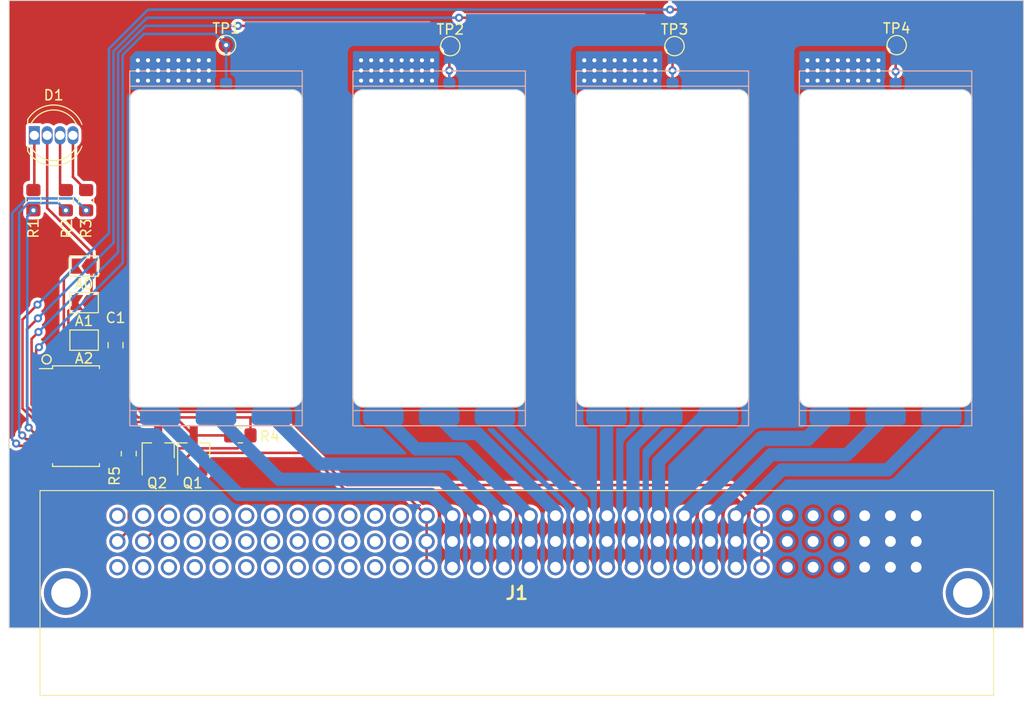
<source format=kicad_pcb>
(kicad_pcb (version 20221018) (generator pcbnew)
  (layers (0 "F.Cu" signal) (1 "In1.Cu" signal) (2 "In2.Cu" signal) (31 "B.Cu" signal) (34 "B.Paste" user) (35 "F.Paste" user) (36 "B.SilkS" user "B.Silkscreen") (37 "F.SilkS" user "F.Silkscreen") (38 "B.Mask" user) (39 "F.Mask" user) (44 "Edge.Cuts" user))
  (net 0 "")
  (net 1 "+5V")
  (net 2 "GND")
  (net 3 "+12V")
  (net 4 "/A1")
  (net 5 "/B1")
  (net 6 "/C1")
  (net 7 "/A2")
  (net 8 "/B2")
  (net 9 "/C2")
  (net 10 "/A3")
  (net 11 "/B3")
  (net 12 "/C3")
  (net 13 "/A4")
  (net 14 "/B4")
  (net 15 "/C4")
  (net 16 "/PWM1")
  (net 17 "/PWM2")
  (net 18 "/PWM3")
  (net 19 "/PWM4")
  (net 20 "+3.3V")
  (net 61 "/SCL")
  (net 62 "/SDA")
  (net 63 "Net-(I2C_PWM_DRIVER1-PWM4)")
  (net 64 "Net-(I2C_PWM_DRIVER1-PWM5)")
  (net 65 "Net-(I2C_PWM_DRIVER1-PWM6)")
  (net 66 "Net-(D1-RK)")
  (net 67 "Net-(D1-GK)")
  (net 68 "Net-(D1-BK)")
  (net 69 "Net-(A0-B)")
  (net 70 "Net-(A1-B)")
  (net 71 "Net-(A2-B)")
  (net 75 "/SDA_IN")
  (net 76 "/SCL_IN")
  (footprint "Resistor_SMD:R_0805_2012Metric_Pad1.20x1.40mm_HandSolder" (layer "F.Cu") (at 161.9 93.7 90)
    (fp_text reference "R5")
    (fp_text value "4.7kO")
  )
  (footprint "Package_SO:TSSOP-28_4.4x9.7mm_P0.65mm" (layer "F.Cu") (at 156.7 90)
    (fp_text reference "I2C_PWM_DRIVER1" hide)
    (fp_text value "PCA9685")
  )
  (footprint "Package_TO_SOT_SMD:SOT-23_Handsoldering" (layer "F.Cu") (at 164.8 93.4 90)
    (fp_text reference "Q2")
    (fp_text value "BSS138")
  )
  (footprint "Jumper:SolderJumper-2_P1.3mm_Open_TrianglePad1.0x1.5mm" (layer "F.Cu") (at 157.5 82.5 180)
    (fp_text reference "A2")
    (fp_text value "SolderJumper_2_Open")
  )
  (footprint "Custom:6509475" (layer "F.Cu") (at 239.522 104.902)
    (fp_text reference "J1")
    (fp_text value "~" hide)
  )
  (footprint "Jumper:SolderJumper-2_P1.3mm_Open_TrianglePad1.0x1.5mm" (layer "F.Cu") (at 157.5 78.8 180)
    (fp_text reference "A1")
    (fp_text value "SolderJumper_2_Open")
  )
  (footprint "Package_TO_SOT_SMD:SOT-23_Handsoldering" (layer "F.Cu") (at 168.3 93.4 90)
    (fp_text reference "Q1")
    (fp_text value "BSS138")
  )
  (footprint "Resistor_SMD:R_0805_2012Metric_Pad1.20x1.40mm_HandSolder" (layer "F.Cu") (at 155.7 68.7 -90)
    (fp_text reference "R2")
    (fp_text value "220")
  )
  (footprint "TestPoint:TestPoint_Pad_D1.5mm" (layer "F.Cu") (at 193.6 53.5)
    (fp_text reference "TP2")
    (fp_text value "TestPoint")
  )
  (footprint "TestPoint:TestPoint_Pad_D1.5mm" (layer "F.Cu") (at 237.6 53.4)
    (fp_text reference "TP4")
    (fp_text value "TestPoint")
  )
  (footprint "TestPoint:TestPoint_Pad_D1.5mm" (layer "F.Cu") (at 171.5 53.4)
    (fp_text reference "TP1")
    (fp_text value "TestPoint")
  )
  (footprint "Resistor_SMD:R_0805_2012Metric_Pad1.20x1.40mm_HandSolder" (layer "F.Cu") (at 157.7 68.7 -90)
    (fp_text reference "R3")
    (fp_text value "220")
  )
  (footprint "LED_THT:LED_D5.0mm-4_RGB" (layer "F.Cu") (at 152.59 62.3)
    (fp_text reference "D1")
    (fp_text value "LED_RGAB")
  )
  (footprint "Resistor_SMD:R_0805_2012Metric_Pad1.20x1.40mm_HandSolder" (layer "F.Cu") (at 152.5 68.7 -90)
    (fp_text reference "R1")
    (fp_text value "220")
  )
  (footprint "TestPoint:TestPoint_Pad_D1.5mm" (layer "F.Cu") (at 215.7 53.5)
    (fp_text reference "TP3")
    (fp_text value "TestPoint")
  )
  (footprint "Capacitor_SMD:C_0805_2012Metric_Pad1.18x1.45mm_HandSolder" (layer "F.Cu") (at 160.6 83 90)
    (fp_text reference "C1")
    (fp_text value "10u")
  )
  (footprint "Jumper:SolderJumper-2_P1.3mm_Open_TrianglePad1.0x1.5mm" (layer "F.Cu") (at 157.5 75.2 180)
    (fp_text reference "A0")
    (fp_text value "SolderJumper_2_Open")
  )
  (footprint "Resistor_SMD:R_0805_2012Metric_Pad1.20x1.40mm_HandSolder" (layer "F.Cu") (at 172.9 91.9)
    (fp_text reference "R4")
    (fp_text value "4.7kO")
  )
  (footprint "Thruster_Control_Card_Custom_Footprints:ESC" (layer "B.Cu") (at 192.5 73.45 180)
    (fp_text reference "U2" hide)
    (fp_text value "~")
  )
  (footprint "Thruster_Control_Card_Custom_Footprints:ESC" (layer "B.Cu") (at 170.5 73.45 180)
    (fp_text reference "U1" hide)
    (fp_text value "~")
  )
  (footprint "Thruster_Control_Card_Custom_Footprints:ESC" (layer "B.Cu") (at 236.5 73.45 180)
    (fp_text reference "U4" hide)
    (fp_text value "~")
  )
  (footprint "Thruster_Control_Card_Custom_Footprints:ESC" (layer "B.Cu") (at 214.5 73.45 180)
    (fp_text reference "U3" hide)
    (fp_text value "~")
  )
  (gr_circle (center 153.8 84.4) (end 154.2 84.2) (stroke (width 0.15)) (fill none) (layer "F.SilkS"))
  (gr_arc (start 177.996446 57.8) (mid 178.708578 58.094975) (end 179.003553 58.807107) (stroke (width 0.1)) (layer "Edge.Cuts"))
  (gr_line (start 201.007107 58.814214) (end 201 88.1) (stroke (width 0.1)) (layer "Edge.Cuts"))
  (gr_arc (start 201 88.1) (mid 200.707107 88.807107) (end 200 89.1) (stroke (width 0.1)) (layer "Edge.Cuts"))
  (gr_line (start 227.999975 58.807107) (end 228.007107 88.092893) (stroke (width 0.1)) (layer "Edge.Cuts"))
  (gr_arc (start 244 57.8) (mid 244.712132 58.094975) (end 245.007107 58.807107) (stroke (width 0.1)) (layer "Edge.Cuts"))
  (gr_line (start 205.999975 58.807107) (end 206.007107 88.092893) (stroke (width 0.1)) (layer "Edge.Cuts"))
  (gr_arc (start 245 88.092893) (mid 244.707107 88.8) (end 244 89.092893) (stroke (width 0.1)) (layer "Edge.Cuts"))
  (gr_arc (start 200 57.807107) (mid 200.712132 58.102082) (end 201.007107 58.814214) (stroke (width 0.1)) (layer "Edge.Cuts"))
  (gr_arc (start 185.007107 89.1) (mid 184.3 88.807107) (end 184.007107 88.1) (stroke (width 0.1)) (layer "Edge.Cuts"))
  (gr_rect (start 150.1 49) (end 250.1 110.9) (stroke (width 0.1)) (fill none) (layer "Edge.Cuts"))
  (gr_arc (start 227.999975 58.807107) (mid 228.292449 58.097474) (end 229 57.8) (stroke (width 0.1)) (layer "Edge.Cuts"))
  (gr_line (start 229 57.8) (end 244 57.8) (stroke (width 0.1)) (layer "Edge.Cuts"))
  (gr_line (start 161.996421 58.807107) (end 162.003553 88.092893) (stroke (width 0.1)) (layer "Edge.Cuts"))
  (gr_line (start 185 57.807107) (end 200 57.807107) (stroke (width 0.1)) (layer "Edge.Cuts"))
  (gr_arc (start 183.999975 58.814214) (mid 184.292449 58.104581) (end 185 57.807107) (stroke (width 0.1)) (layer "Edge.Cuts"))
  (gr_arc (start 163.003553 89.092893) (mid 162.296446 88.8) (end 162.003553 88.092893) (stroke (width 0.1)) (layer "Edge.Cuts"))
  (gr_line (start 207 57.8) (end 222 57.8) (stroke (width 0.1)) (layer "Edge.Cuts"))
  (gr_line (start 185.007107 89.1) (end 200 89.1) (stroke (width 0.1)) (layer "Edge.Cuts"))
  (gr_line (start 179.003553 58.807107) (end 178.996446 88.092893) (stroke (width 0.1)) (layer "Edge.Cuts"))
  (gr_arc (start 222 57.8) (mid 222.712132 58.094975) (end 223.007107 58.807107) (stroke (width 0.1)) (layer "Edge.Cuts"))
  (gr_arc (start 161.996421 58.807107) (mid 162.288895 58.097474) (end 162.996446 57.8) (stroke (width 0.1)) (layer "Edge.Cuts"))
  (gr_line (start 207.007107 89.092893) (end 222 89.092893) (stroke (width 0.1)) (layer "Edge.Cuts"))
  (gr_line (start 162.996446 57.8) (end 177.996446 57.8) (stroke (width 0.1)) (layer "Edge.Cuts"))
  (gr_line (start 229.007107 89.092893) (end 244 89.092893) (stroke (width 0.1)) (layer "Edge.Cuts"))
  (gr_arc (start 205.999975 58.807107) (mid 206.292449 58.097474) (end 207 57.8) (stroke (width 0.1)) (layer "Edge.Cuts"))
  (gr_line (start 223.007107 58.807107) (end 223 88.092893) (stroke (width 0.1)) (layer "Edge.Cuts"))
  (gr_line (start 163.003553 89.092893) (end 177.996446 89.092893) (stroke (width 0.1)) (layer "Edge.Cuts"))
  (gr_arc (start 207.007107 89.092893) (mid 206.3 88.8) (end 206.007107 88.092893) (stroke (width 0.1)) (layer "Edge.Cuts"))
  (gr_arc (start 223 88.092893) (mid 222.707107 88.8) (end 222 89.092893) (stroke (width 0.1)) (layer "Edge.Cuts"))
  (gr_arc (start 229.007107 89.092893) (mid 228.3 88.8) (end 228.007107 88.092893) (stroke (width 0.1)) (layer "Edge.Cuts"))
  (gr_arc (start 178.996446 88.092893) (mid 178.703553 88.8) (end 177.996446 89.092893) (stroke (width 0.1)) (layer "Edge.Cuts"))
  (gr_line (start 245.007107 58.807107) (end 245 88.092893) (stroke (width 0.1)) (layer "Edge.Cuts"))
  (gr_line (start 183.999975 58.814214) (end 184.007107 88.1) (stroke (width 0.1)) (layer "Edge.Cuts"))
  (segment (start 224.282 99.822) (end 221.26 96.8) (width 0.25) (layer "F.Cu") (net 1))
  (segment (start 224.282 102.362) (end 224.282 99.822) (width 0.25) (layer "F.Cu") (net 1))
  (segment (start 161.9 94.7) (end 163.425 93.175) (width 0.25) (layer "F.Cu") (net 1))
  (segment (start 160.675 85.775) (end 159.5625 85.775) (width 0.25) (layer "F.Cu") (net 1))
  (segment (start 224.282 104.902) (end 224.282 102.362) (width 0.25) (layer "F.Cu") (net 1))
  (segment (start 153.86 69.473173) (end 158.225 73.838173) (width 0.25) (layer "F.Cu") (net 1))
  (segment (start 163.425 93.175) (end 172.625 93.175) (width 0.25) (layer "F.Cu") (net 1))
  (segment (start 173.9 90.125) (end 162.825 90.125) (width 0.25) (layer "F.Cu") (net 1))
  (segment (start 158.225 82.5) (end 158.225 78.8) (width 0.25) (layer "F.Cu") (net 1))
  (segment (start 183.4 96.8) (end 176.725 90.125) (width 0.25) (layer "F.Cu") (net 1))
  (segment (start 159.5625 84.0375) (end 159.5625 83.8375) (width 0.25) (layer "F.Cu") (net 1))
  (segment (start 161.682 88.982) (end 161.682 86.782) (width 0.25) (layer "F.Cu") (net 1))
  (segment (start 160.4 83.8375) (end 159.5625 83.8375) (width 0.25) (layer "F.Cu") (net 1))
  (segment (start 173.9 91.9) (end 173.9 90.125) (width 0.25) (layer "F.Cu") (net 1))
  (segment (start 158.225 78.8) (end 158.225 75.2) (width 0.25) (layer "F.Cu") (net 1))
  (segment (start 160.6 84.0375) (end 160.4 83.8375) (width 0.25) (layer "F.Cu") (net 1))
  (segment (start 176.725 90.125) (end 173.9 90.125) (width 0.25) (layer "F.Cu") (net 1))
  (segment (start 158.225 73.838173) (end 158.225 75.2) (width 0.25) (layer "F.Cu") (net 1))
  (segment (start 153.86 62.3) (end 153.86 69.473173) (width 0.25) (layer "F.Cu") (net 1))
  (segment (start 159.5625 83.8375) (end 158.225 82.5) (width 0.25) (layer "F.Cu") (net 1))
  (segment (start 162.825 90.125) (end 161.682 88.982) (width 0.25) (layer "F.Cu") (net 1))
  (segment (start 172.625 93.175) (end 173.9 91.9) (width 0.25) (layer "F.Cu") (net 1))
  (segment (start 221.26 96.8) (end 183.4 96.8) (width 0.25) (layer "F.Cu") (net 1))
  (segment (start 161.682 86.782) (end 160.675 85.775) (width 0.25) (layer "F.Cu") (net 1))
  (segment (start 159.5625 84.0375) (end 159.5625 85.775) (width 0.25) (layer "F.Cu") (net 1))
  (via (at 190.8 56.9) (size 0.8) (drill 0.4) (layers "F.Cu" "B.Cu") (net 2))
  (via (at 189.8 56.9) (size 0.8) (drill 0.4) (layers "F.Cu" "B.Cu") (net 2))
  (via (at 190.8 54.9) (size 0.8) (drill 0.4) (layers "F.Cu" "B.Cu") (net 2))
  (via (at 191.8 56.9) (size 0.8) (drill 0.4) (layers "F.Cu" "B.Cu") (net 2))
  (via (at 231.8 54.9) (size 0.8) (drill 0.4) (layers "F.Cu" "B.Cu") (net 2))
  (via (at 165.8 56.9) (size 0.8) (drill 0.4) (layers "F.Cu" "B.Cu") (net 2))
  (via (at 234.8 54.9) (size 0.8) (drill 0.4) (layers "F.Cu" "B.Cu") (net 2))
  (via (at 230.8 56.9) (size 0.8) (drill 0.4) (layers "F.Cu" "B.Cu") (net 2))
  (via (at 210.8 55.9) (size 0.8) (drill 0.4) (layers "F.Cu" "B.Cu") (net 2))
  (via (at 233.8 54.9) (size 0.8) (drill 0.4) (layers "F.Cu" "B.Cu") (net 2))
  (via (at 169.8 55.9) (size 0.8) (drill 0.4) (layers "F.Cu" "B.Cu") (net 2))
  (via (at 232.8 55.9) (size 0.8) (drill 0.4) (layers "F.Cu" "B.Cu") (net 2))
  (via (at 167.8 56.9) (size 0.8) (drill 0.4) (layers "F.Cu" "B.Cu") (net 2))
  (via (at 212.8 54.9) (size 0.8) (drill 0.4) (layers "F.Cu" "B.Cu") (net 2))
  (via (at 206.8 56.9) (size 0.8) (drill 0.4) (layers "F.Cu" "B.Cu") (net 2))
  (via (at 169.8 56.9) (size 0.8) (drill 0.4) (layers "F.Cu" "B.Cu") (net 2))
  (via (at 235.8 56.9) (size 0.8) (drill 0.4) (layers "F.Cu" "B.Cu") (net 2))
  (via (at 213.8 55.9) (size 0.8) (drill 0.4) (layers "F.Cu" "B.Cu") (net 2))
  (via (at 234.8 55.9) (size 0.8) (drill 0.4) (layers "F.Cu" "B.Cu") (net 2))
  (via (at 168.8 55.9) (size 0.8) (drill 0.4) (layers "F.Cu" "B.Cu") (net 2))
  (via (at 188.8 54.9) (size 0.8) (drill 0.4) (layers "F.Cu" "B.Cu") (net 2))
  (via (at 162.8 55.9) (size 0.8) (drill 0.4) (layers "F.Cu" "B.Cu") (net 2))
  (via (at 184.8 55.9) (size 0.8) (drill 0.4) (layers "F.Cu" "B.Cu") (net 2))
  (via (at 231.8 56.9) (size 0.8) (drill 0.4) (layers "F.Cu" "B.Cu") (net 2))
  (via (at 185.8 54.9) (size 0.8) (drill 0.4) (layers "F.Cu" "B.Cu") (net 2))
  (via (at 186.8 55.9) (size 0.8) (drill 0.4) (layers "F.Cu" "B.Cu") (net 2))
  (via (at 229.8 55.9) (size 0.8) (drill 0.4) (layers "F.Cu" "B.Cu") (net 2))
  (via (at 184.8 54.9) (size 0.8) (drill 0.4) (layers "F.Cu" "B.Cu") (net 2))
  (via (at 208.8 56.9) (size 0.8) (drill 0.4) (layers "F.Cu" "B.Cu") (net 2))
  (via (at 168.8 56.9) (size 0.8) (drill 0.4) (layers "F.Cu" "B.Cu") (net 2))
  (via (at 187.8 55.9) (size 0.8) (drill 0.4) (layers "F.Cu" "B.Cu") (net 2))
  (via (at 167.8 54.9) (size 0.8) (drill 0.4) (layers "F.Cu" "B.Cu") (net 2))
  (via (at 211.8 55.9) (size 0.8) (drill 0.4) (layers "F.Cu" "B.Cu") (net 2))
  (via (at 207.8 56.9) (size 0.8) (drill 0.4) (layers "F.Cu" "B.Cu") (net 2))
  (via (at 228.8 55.9) (size 0.8) (drill 0.4) (layers "F.Cu" "B.Cu") (net 2))
  (via (at 166.8 55.9) (size 0.8) (drill 0.4) (layers "F.Cu" "B.Cu") (net 2))
  (via (at 231.8 55.9) (size 0.8) (drill 0.4) (layers "F.Cu" "B.Cu") (net 2))
  (via (at 190.8 55.9) (size 0.8) (drill 0.4) (layers "F.Cu" "B.Cu") (net 2))
  (via (at 186.8 56.9) (size 0.8) (drill 0.4) (layers "F.Cu" "B.Cu") (net 2))
  (via (at 206.8 55.9) (size 0.8) (drill 0.4) (layers "F.Cu" "B.Cu") (net 2))
  (via (at 211.8 54.9) (size 0.8) (drill 0.4) (layers "F.Cu" "B.Cu") (net 2))
  (via (at 229.8 56.9) (size 0.8) (drill 0.4) (layers "F.Cu" "B.Cu") (net 2))
  (via (at 208.8 55.9) (size 0.8) (drill 0.4) (layers "F.Cu" "B.Cu") (net 2))
  (via (at 188.8 55.9) (size 0.8) (drill 0.4) (layers "F.Cu" "B.Cu") (net 2))
  (via (at 210.8 56.9) (size 0.8) (drill 0.4) (layers "F.Cu" "B.Cu") (net 2))
  (via (at 163.8 54.9) (size 0.8) (drill 0.4) (layers "F.Cu" "B.Cu") (net 2))
  (via (at 208.8 54.9) (size 0.8) (drill 0.4) (layers "F.Cu" "B.Cu") (net 2))
  (via (at 162.8 56.9) (size 0.8) (drill 0.4) (layers "F.Cu" "B.Cu") (net 2))
  (via (at 234.8 56.9) (size 0.8) (drill 0.4) (layers "F.Cu" "B.Cu") (net 2))
  (via (at 207.8 55.9) (size 0.8) (drill 0.4) (layers "F.Cu" "B.Cu") (net 2))
  (via (at 187.8 56.9) (size 0.8) (drill 0.4) (layers "F.Cu" "B.Cu") (net 2))
  (via (at 187.8 54.9) (size 0.8) (drill 0.4) (layers "F.Cu" "B.Cu") (net 2))
  (via (at 233.8 55.9) (size 0.8) (drill 0.4) (layers "F.Cu" "B.Cu") (net 2))
  (via (at 232.8 54.9) (size 0.8) (drill 0.4) (layers "F.Cu" "B.Cu") (net 2))
  (via (at 230.8 54.9) (size 0.8) (drill 0.4) (layers "F.Cu" "B.Cu") (net 2))
  (via (at 210.8 54.9) (size 0.8) (drill 0.4) (layers "F.Cu" "B.Cu") (net 2))
  (via (at 209.8 54.9) (size 0.8) (drill 0.4) (layers "F.Cu" "B.Cu") (net 2))
  (via (at 188.8 56.9) (size 0.8) (drill 0.4) (layers "F.Cu" "B.Cu") (net 2))
  (via (at 229.8 54.9) (size 0.8) (drill 0.4) (layers "F.Cu" "B.Cu") (net 2))
  (via (at 164.8 56.9) (size 0.8) (drill 0.4) (layers "F.Cu" "B.Cu") (net 2))
  (via (at 162.8 54.9) (size 0.8) (drill 0.4) (layers "F.Cu" "B.Cu") (net 2))
  (via (at 189.8 55.9) (size 0.8) (drill 0.4) (layers "F.Cu" "B.Cu") (net 2))
  (via (at 163.8 56.9) (size 0.8) (drill 0.4) (layers "F.Cu" "B.Cu") (net 2))
  (via (at 164.8 54.9) (size 0.8) (drill 0.4) (layers "F.Cu" "B.Cu") (net 2))
  (via (at 164.8 55.9) (size 0.8) (drill 0.4) (layers "F.Cu" "B.Cu") (net 2))
  (via (at 168.8 54.9) (size 0.8) (drill 0.4) (layers "F.Cu" "B.Cu") (net 2))
  (via (at 189.8 54.9) (size 0.8) (drill 0.4) (layers "F.Cu" "B.Cu") (net 2))
  (via (at 212.8 55.9) (size 0.8) (drill 0.4) (layers "F.Cu" "B.Cu") (net 2))
  (via (at 166.8 56.9) (size 0.8) (drill 0.4) (layers "F.Cu" "B.Cu") (net 2))
  (via (at 206.8 54.9) (size 0.8) (drill 0.4) (layers "F.Cu" "B.Cu") (net 2))
  (via (at 235.8 55.9) (size 0.8) (drill 0.4) (layers "F.Cu" "B.Cu") (net 2))
  (via (at 209.8 56.9) (size 0.8) (drill 0.4) (layers "F.Cu" "B.Cu") (net 2))
  (via (at 167.8 55.9) (size 0.8) (drill 0.4) (layers "F.Cu" "B.Cu") (net 2))
  (via (at 165.8 55.9) (size 0.8) (drill 0.4) (layers "F.Cu" "B.Cu") (net 2))
  (via (at 184.8 56.9) (size 0.8) (drill 0.4) (layers "F.Cu" "B.Cu") (net 2))
  (via (at 166.8 54.9) (size 0.8) (drill 0.4) (layers "F.Cu" "B.Cu") (net 2))
  (via (at 209.8 55.9) (size 0.8) (drill 0.4) (layers "F.Cu" "B.Cu") (net 2))
  (via (at 211.8 56.9) (size 0.8) (drill 0.4) (layers "F.Cu" "B.Cu") (net 2))
  (via (at 228.8 56.9) (size 0.8) (drill 0.4) (layers "F.Cu" "B.Cu") (net 2))
  (via (at 232.8 56.9) (size 0.8) (drill 0.4) (layers "F.Cu" "B.Cu") (net 2))
  (via (at 185.8 55.9) (size 0.8) (drill 0.4) (layers "F.Cu" "B.Cu") (net 2))
  (via (at 213.8 56.9) (size 0.8) (drill 0.4) (layers "F.Cu" "B.Cu") (net 2))
  (via (at 191.8 54.9) (size 0.8) (drill 0.4) (layers "F.Cu" "B.Cu") (net 2))
  (via (at 228.8 54.9) (size 0.8) (drill 0.4) (layers "F.Cu" "B.Cu") (net 2))
  (via (at 212.8 56.9) (size 0.8) (drill 0.4) (layers "F.Cu" "B.Cu") (net 2))
  (via (at 235.8 54.9) (size 0.8) (drill 0.4) (layers "F.Cu" "B.Cu") (net 2))
  (via (at 186.8 54.9) (size 0.8) (drill 0.4) (layers "F.Cu" "B.Cu") (net 2))
  (via (at 191.8 55.9) (size 0.8) (drill 0.4) (layers "F.Cu" "B.Cu") (net 2))
  (via (at 165.8 54.9) (size 0.8) (drill 0.4) (layers "F.Cu" "B.Cu") (net 2))
  (via (at 169.8 54.9) (size 0.8) (drill 0.4) (layers "F.Cu" "B.Cu") (net 2))
  (via (at 213.8 54.9) (size 0.8) (drill 0.4) (layers "F.Cu" "B.Cu") (net 2))
  (via (at 163.8 55.9) (size 0.8) (drill 0.4) (layers "F.Cu" "B.Cu") (net 2))
  (via (at 233.8 56.9) (size 0.8) (drill 0.4) (layers "F.Cu" "B.Cu") (net 2))
  (via (at 230.8 55.9) (size 0.8) (drill 0.4) (layers "F.Cu" "B.Cu") (net 2))
  (via (at 185.8 56.9) (size 0.8) (drill 0.4) (layers "F.Cu" "B.Cu") (net 2))
  (via (at 207.8 54.9) (size 0.8) (drill 0.4) (layers "F.Cu" "B.Cu") (net 2))
  (segment (start 193.785 94.725) (end 198.882 99.822) (width 1.3) (layer "B.Cu") (net 4))
  (segment (start 198.882 99.822) (end 198.882 102.362) (width 1.5) (layer "B.Cu") (net 4))
  (segment (start 176 90) (end 180.725 94.725) (width 1.3) (layer "B.Cu") (net 4))
  (segment (start 198.882 102.362) (end 198.882 104.902) (width 1.5) (layer "B.Cu") (net 4))
  (segment (start 180.725 94.725) (end 193.785 94.725) (width 1.3) (layer "B.Cu") (net 4))
  (segment (start 196.342 99.822) (end 196.342 102.362) (width 1.5) (layer "B.Cu") (net 5))
  (segment (start 192.745 96.225) (end 196.342 99.822) (width 1.3) (layer "B.Cu") (net 5))
  (segment (start 196.342 102.362) (end 196.342 104.902) (width 1.5) (layer "B.Cu") (net 5))
  (segment (start 170.5 90) (end 176.725 96.225) (width 1.3) (layer "B.Cu") (net 5))
  (segment (start 176.725 96.225) (end 192.745 96.225) (width 1.3) (layer "B.Cu") (net 5))
  (segment (start 193.802 102.362) (end 193.802 104.902) (width 1.5) (layer "B.Cu") (net 6))
  (segment (start 172.725 97.725) (end 191.705 97.725) (width 1.3) (layer "B.Cu") (net 6))
  (segment (start 165 90) (end 172.725 97.725) (width 1.3) (layer "B.Cu") (net 6))
  (segment (start 193.802 99.822) (end 193.802 102.362) (width 1.5) (layer "B.Cu") (net 6))
  (segment (start 191.705 97.725) (end 193.802 99.822) (width 1.3) (layer "B.Cu") (net 6))
  (segment (start 198 90) (end 206.502 98.502) (width 1.3) (layer "B.Cu") (net 7))
  (segment (start 206.502 102.362) (end 206.502 104.902) (width 1.5) (layer "B.Cu") (net 7))
  (segment (start 206.502 98.502) (end 206.502 99.822) (width 1.3) (layer "B.Cu") (net 7))
  (segment (start 206.502 99.822) (end 206.502 102.362) (width 1.5) (layer "B.Cu") (net 7))
  (segment (start 203.962 102.362) (end 203.962 104.902) (width 1.5) (layer "B.Cu") (net 8))
  (segment (start 192.5 90.1) (end 194.125 91.725) (width 1.3) (layer "B.Cu") (net 8))
  (segment (start 203.962 99.822) (end 203.962 102.362) (width 1.5) (layer "B.Cu") (net 8))
  (segment (start 203.962 99.387) (end 203.962 99.822) (width 1.3) (layer "B.Cu") (net 8))
  (segment (start 194.125 91.725) (end 196.3 91.725) (width 1.3) (layer "B.Cu") (net 8))
  (segment (start 196.3 91.725) (end 203.962 99.387) (width 1.3) (layer "B.Cu") (net 8))
  (segment (start 192.5 90) (end 192.5 90.1) (width 1.3) (layer "B.Cu") (net 8))
  (segment (start 187 90) (end 190.225 93.225) (width 1.3) (layer "B.Cu") (net 9))
  (segment (start 194.825 93.225) (end 201.422 99.822) (width 1.3) (layer "B.Cu") (net 9))
  (segment (start 201.422 99.822) (end 201.422 102.362) (width 1.5) (layer "B.Cu") (net 9))
  (segment (start 201.422 102.362) (end 201.422 104.902) (width 1.5) (layer "B.Cu") (net 9))
  (segment (start 190.225 93.225) (end 194.825 93.225) (width 1.3) (layer "B.Cu") (net 9))
  (segment (start 218.6 90) (end 214.122 94.478) (width 1.3) (layer "B.Cu") (net 10))
  (segment (start 214.122 99.822) (end 214.122 102.362) (width 1.5) (layer "B.Cu") (net 10))
  (segment (start 220 90) (end 218.6 90) (width 1.3) (layer "B.Cu") (net 10))
  (segment (start 214.122 94.478) (end 214.122 99.822) (width 1.3) (layer "B.Cu") (net 10))
  (segment (start 214.122 102.362) (end 214.122 104.902) (width 1.5) (layer "B.Cu") (net 10))
  (segment (start 211.6 99.804) (end 211.582 99.822) (width 1.3) (layer "B.Cu") (net 11))
  (segment (start 214.5 90) (end 211.6 92.9) (width 1.3) (layer "B.Cu") (net 11))
  (segment (start 211.582 99.822) (end 211.582 102.362) (width 1.5) (layer "B.Cu") (net 11))
  (segment (start 211.6 92.9) (end 211.6 99.804) (width 1.3) (layer "B.Cu") (net 11))
  (segment (start 211.582 104.902) (end 211.582 102.362) (width 1.5) (layer "B.Cu") (net 11))
  (segment (start 209.042 102.362) (end 209.042 104.902) (width 1.5) (layer "B.Cu") (net 12))
  (segment (start 209 90) (end 209 99.78) (width 1.3) (layer "B.Cu") (net 12))
  (segment (start 209 99.78) (end 209.042 99.822) (width 1.3) (layer "B.Cu") (net 12))
  (segment (start 209.042 99.822) (end 209.042 102.362) (width 1.5) (layer "B.Cu") (net 12))
  (segment (start 236.7 95.3) (end 226.264 95.3) (width 1.3) (layer "B.Cu") (net 13))
  (segment (start 221.742 102.362) (end 221.742 104.902) (width 1.5) (layer "B.Cu") (net 13))
  (segment (start 242 90) (end 236.7 95.3) (width 1.3) (layer "B.Cu") (net 13))
  (segment (start 221.742 99.822) (end 221.742 102.362) (width 1.5) (layer "B.Cu") (net 13))
  (segment (start 226.264 95.3) (end 221.742 99.822) (width 1.3) (layer "B.Cu") (net 13))
  (segment (start 236.5 90) (end 232.7 93.8) (width 1.3) (layer "B.Cu") (net 14))
  (segment (start 232.7 93.8) (end 225.224 93.8) (width 1.3) (layer "B.Cu") (net 14))
  (segment (start 225.224 93.8) (end 219.202 99.822) (width 1.3) (layer "B.Cu") (net 14))
  (segment (start 219.202 99.822) (end 219.202 102.362) (width 1.5) (layer "B.Cu") (net 14))
  (segment (start 219.202 102.362) (end 219.202 104.902) (width 1.5) (layer "B.Cu") (net 14))
  (segment (start 216.662 99.822) (end 216.662 102.362) (width 1.5) (layer "B.Cu") (net 15))
  (segment (start 228.8 92.2) (end 231 90) (width 1.5) (layer "B.Cu") (net 15))
  (segment (start 224.284 92.2) (end 228.8 92.2) (width 1.5) (layer "B.Cu") (net 15))
  (segment (start 216.662 99.822) (end 224.284 92.2) (width 1.5) (layer "B.Cu") (net 15))
  (segment (start 216.662 102.362) (end 216.662 104.902) (width 1.5) (layer "B.Cu") (net 15))
  (segment (start 152.775 88.651041) (end 153.148959 89.025) (width 0.25) (layer "F.Cu") (net 16))
  (segment (start 153.0495 83.2) (end 152.775 83.4745) (width 0.25) (layer "F.Cu") (net 16))
  (segment (start 153.148959 89.025) (end 153.8375 89.025) (width 0.25) (layer "F.Cu") (net 16))
  (segment (start 152.775 83.4745) (end 152.775 88.651041) (width 0.25) (layer "F.Cu") (net 16))
  (via (at 171.5 53.4) (size 0.8) (drill 0.4) (layers "F.Cu" "B.Cu") (net 16))
  (via (at 153.0495 83.2) (size 0.8) (drill 0.4) (layers "F.Cu" "B.Cu") (net 16))
  (segment (start 163.380545 52.3) (end 161.3 54.380545) (width 0.25) (layer "B.Cu") (net 16))
  (segment (start 171.5 53.4) (end 170.4 52.3) (width 0.25) (layer "B.Cu") (net 16))
  (segment (start 170.4 52.3) (end 163.380545 52.3) (width 0.25) (layer "B.Cu") (net 16))
  (segment (start 161.3 74.9) (end 153.0495 83.1505) (width 0.25) (layer "B.Cu") (net 16))
  (segment (start 171.5 54.2) (end 171.5 54.2) (width 0.25) (layer "B.Cu") (net 16))
  (segment (start 153.0495 83.1505) (end 153.0495 83.2) (width 0.25) (layer "B.Cu") (net 16))
  (segment (start 171.5 53.4) (end 171.5 57.15) (width 0.25) (layer "B.Cu") (net 16))
  (segment (start 161.3 54.380545) (end 161.3 74.9) (width 0.25) (layer "B.Cu") (net 16))
  (segment (start 152.325 82.375) (end 152.325 88.851041) (width 0.25) (layer "F.Cu") (net 17))
  (segment (start 152.325 88.851041) (end 153.148959 89.675) (width 0.25) (layer "F.Cu") (net 17))
  (segment (start 153.148959 89.675) (end 153.8375 89.675) (width 0.25) (layer "F.Cu") (net 17))
  (segment (start 191.481155 51.5) (end 193.5 53.518845) (width 0.25) (layer "F.Cu") (net 17))
  (segment (start 172.65585 51.5) (end 191.481155 51.5) (width 0.25) (layer "F.Cu") (net 17))
  (segment (start 193.5 53.518845) (end 193.5 55.9) (width 0.25) (layer "F.Cu") (net 17))
  (segment (start 153 81.7) (end 152.325 82.375) (width 0.25) (layer "F.Cu") (net 17))
  (via (at 172.65585 51.5) (size 0.8) (drill 0.4) (layers "F.Cu" "B.Cu") (net 17))
  (via (at 153 81.7) (size 0.8) (drill 0.4) (layers "F.Cu" "B.Cu") (net 17))
  (via (at 193.5 55.9) (size 0.8) (drill 0.4) (layers "F.Cu" "B.Cu") (net 17))
  (segment (start 153 81.7) (end 160.85 73.85) (width 0.25) (layer "B.Cu") (net 17))
  (segment (start 193.5 55.9) (end 193.5 57.15) (width 0.25) (layer "B.Cu") (net 17))
  (segment (start 160.85 54.194149) (end 163.544149 51.5) (width 0.25) (layer "B.Cu") (net 17))
  (segment (start 163.544149 51.5) (end 172.65585 51.5) (width 0.25) (layer "B.Cu") (net 17))
  (segment (start 160.85 73.85) (end 160.85 54.194149) (width 0.25) (layer "B.Cu") (net 17))
  (segment (start 215.5 53.518845) (end 215.5 55.9) (width 0.25) (layer "F.Cu") (net 18))
  (segment (start 153.148959 90.325) (end 153.8375 90.325) (width 0.25) (layer "F.Cu") (net 18))
  (segment (start 194.45585 50.7) (end 212.681155 50.7) (width 0.25) (layer "F.Cu") (net 18))
  (segment (start 152.95 80.35) (end 151.875 81.425) (width 0.25) (layer "F.Cu") (net 18))
  (segment (start 212.681155 50.7) (end 215.5 53.518845) (width 0.25) (layer "F.Cu") (net 18))
  (segment (start 151.875 81.425) (end 151.875 89.051041) (width 0.25) (layer "F.Cu") (net 18))
  (segment (start 151.875 89.051041) (end 153.148959 90.325) (width 0.25) (layer "F.Cu") (net 18))
  (via (at 215.5 55.9) (size 0.8) (drill 0.4) (layers "F.Cu" "B.Cu") (net 18))
  (via (at 194.45585 50.7) (size 0.8) (drill 0.4) (layers "F.Cu" "B.Cu") (net 18))
  (via (at 152.95 80.35) (size 0.8) (drill 0.4) (layers "F.Cu" "B.Cu") (net 18))
  (segment (start 160.4 54.007753) (end 163.707753 50.7) (width 0.25) (layer "B.Cu") (net 18))
  (segment (start 152.95 80.35) (end 160.4 72.9) (width 0.25) (layer "B.Cu") (net 18))
  (segment (start 215.5 55.9) (end 215.5 57.15) (width 0.25) (layer "B.Cu") (net 18))
  (segment (start 160.4 72.9) (end 160.4 54.007753) (width 0.25) (layer "B.Cu") (net 18))
  (segment (start 163.707753 50.7) (end 194.45585 50.7) (width 0.25) (layer "B.Cu") (net 18))
  (segment (start 237.5 53.518845) (end 237.5 56) (width 0.25) (layer "F.Cu") (net 19))
  (segment (start 153.148959 90.975) (end 153.8375 90.975) (width 0.25) (layer "F.Cu") (net 19))
  (segment (start 151.425 89.237437) (end 152.775 90.587437) (width 0.25) (layer "F.Cu") (net 19))
  (segment (start 233.881155 49.9) (end 237.5 53.518845) (width 0.25) (layer "F.Cu") (net 19))
  (segment (start 152.9 79) (end 151.425 80.475) (width 0.25) (layer "F.Cu") (net 19))
  (segment (start 215.25585 49.9) (end 233.881155 49.9) (width 0.25) (layer "F.Cu") (net 19))
  (segment (start 152.775 90.587437) (end 152.775 90.601041) (width 0.25) (layer "F.Cu") (net 19))
  (segment (start 152.775 90.601041) (end 153.148959 90.975) (width 0.25) (layer "F.Cu") (net 19))
  (segment (start 151.425 80.475) (end 151.425 89.237437) (width 0.25) (layer "F.Cu") (net 19))
  (via (at 215.25585 49.9) (size 0.8) (drill 0.4) (layers "F.Cu" "B.Cu") (net 19))
  (via (at 237.5 56) (size 0.8) (drill 0.4) (layers "F.Cu" "B.Cu") (net 19))
  (via (at 152.9 79) (size 0.8) (drill 0.4) (layers "F.Cu" "B.Cu") (net 19))
  (segment (start 159.95 71.95) (end 159.95 53.75) (width 0.25) (layer "B.Cu") (net 19))
  (segment (start 159.95 53.75) (end 163.8 49.9) (width 0.25) (layer "B.Cu") (net 19))
  (segment (start 152.9 79) (end 159.95 71.95) (width 0.25) (layer "B.Cu") (net 19))
  (segment (start 237.5 56) (end 237.5 57.15) (width 0.25) (layer "B.Cu") (net 19))
  (segment (start 163.8 49.9) (end 215.25585 49.9) (width 0.25) (layer "B.Cu") (net 19))
  (segment (start 164.675 93.625) (end 166.625 93.625) (width 0.25) (layer "F.Cu") (net 20))
  (segment (start 168.075 93.625) (end 179.588604 93.625) (width 0.25) (layer "F.Cu") (net 20))
  (segment (start 191.262 102.362) (end 191.262 99.822) (width 0.25) (layer "F.Cu") (net 20))
  (segment (start 188.69 97.25) (end 191.262 99.822) (width 0.25) (layer "F.Cu") (net 20))
  (segment (start 166.625 93.625) (end 167.35 94.35) (width 0.25) (layer "F.Cu") (net 20))
  (segment (start 167.35 94.35) (end 167.35 94.9) (width 0.25) (layer "F.Cu") (net 20))
  (segment (start 191.262 104.902) (end 191.262 102.362) (width 0.25) (layer "F.Cu") (net 20))
  (segment (start 179.588604 93.625) (end 183.213604 97.25) (width 0.25) (layer "F.Cu") (net 20))
  (segment (start 167.35 94.35) (end 168.075 93.625) (width 0.25) (layer "F.Cu") (net 20))
  (segment (start 183.213604 97.25) (end 188.69 97.25) (width 0.25) (layer "F.Cu") (net 20))
  (segment (start 163.85 94.9) (end 163.85 94.45) (width 0.25) (layer "F.Cu") (net 20))
  (segment (start 163.85 94.45) (end 164.675 93.625) (width 0.25) (layer "F.Cu") (net 20))
  (segment (start 160.251041 87.075) (end 159.5625 87.075) (width 0.25) (layer "F.Cu") (net 61))
  (segment (start 164.8 91.9) (end 164.1 91.9) (width 0.25) (layer "F.Cu") (net 61))
  (segment (start 160.782 89.982) (end 160.782 87.605959) (width 0.25) (layer "F.Cu") (net 61))
  (segment (start 162.7 91.9) (end 164.1 91.9) (width 0.25) (layer "F.Cu") (net 61))
  (segment (start 160.782 87.605959) (end 160.251041 87.075) (width 0.25) (layer "F.Cu") (net 61))
  (segment (start 161.9 92.7) (end 162.7 91.9) (width 0.25) (layer "F.Cu") (net 61))
  (segment (start 162.7 91.9) (end 160.782 89.982) (width 0.25) (layer "F.Cu") (net 61))
  (segment (start 166.975 90.575) (end 168.3 91.9) (width 0.25) (layer "F.Cu") (net 62))
  (segment (start 161.232 87.405959) (end 160.251041 86.425) (width 0.25) (layer "F.Cu") (net 62))
  (segment (start 171.9 91.9) (end 168.3 91.9) (width 0.25) (layer "F.Cu") (net 62))
  (segment (start 162.638604 90.575) (end 166.975 90.575) (width 0.25) (layer "F.Cu") (net 62))
  (segment (start 160.251041 86.425) (end 159.5625 86.425) (width 0.25) (layer "F.Cu") (net 62))
  (segment (start 161.232 87.405959) (end 161.232 89.168396) (width 0.25) (layer "F.Cu") (net 62))
  (segment (start 161.232 89.168396) (end 162.638604 90.575) (width 0.25) (layer "F.Cu") (net 62))
  (segment (start 152.532704 91.625) (end 153.8375 91.625) (width 0.25) (layer "F.Cu") (net 63))
  (segment (start 152.039866 91.132162) (end 152.532704 91.625) (width 0.25) (layer "F.Cu") (net 63))
  (via (at 152.039866 91.132162) (size 0.8) (drill 0.4) (layers "F.Cu" "B.Cu") (net 63))
  (via (at 152.5 69.7) (size 0.8) (drill 0.4) (layers "F.Cu" "B.Cu") (net 63))
  (segment (start 151.9 70.3) (end 152.5 69.7) (width 0.25) (layer "B.Cu") (net 63))
  (segment (start 152.039866 91.132162) (end 151.9 90.992296) (width 0.25) (layer "B.Cu") (net 63))
  (segment (start 152.039866 91.132162) (end 152.039866 91.239866) (width 0.25) (layer "B.Cu") (net 63))
  (segment (start 151.9 90.992296) (end 151.9 70.3) (width 0.25) (layer "B.Cu") (net 63))
  (segment (start 151.775 92.275) (end 153.8375 92.275) (width 0.25) (layer "F.Cu") (net 64))
  (segment (start 151.4 91.9) (end 151.775 92.275) (width 0.25) (layer "F.Cu") (net 64))
  (via (at 155.7 69.7) (size 0.8) (drill 0.4) (layers "F.Cu" "B.Cu") (net 64))
  (via (at 151.4 91.9) (size 0.8) (drill 0.4) (layers "F.Cu" "B.Cu") (net 64))
  (segment (start 151.4 91.9) (end 151.3 91.8) (width 0.25) (layer "B.Cu") (net 64))
  (segment (start 155.7 69.7) (end 154.975 68.975) (width 0.25) (layer "B.Cu") (net 64))
  (segment (start 152.025 68.975) (end 151.1 69.9) (width 0.25) (layer "B.Cu") (net 64))
  (segment (start 151.1 69.9) (end 151.1 91.6) (width 0.25) (layer "B.Cu") (net 64))
  (segment (start 154.975 68.975) (end 152.025 68.975) (width 0.25) (layer "B.Cu") (net 64))
  (segment (start 151.1 91.6) (end 151.4 91.9) (width 0.25) (layer "B.Cu") (net 64))
  (segment (start 150.8 92.7) (end 151.025 92.925) (width 0.25) (layer "F.Cu") (net 65))
  (segment (start 151.025 92.925) (end 153.8375 92.925) (width 0.25) (layer "F.Cu") (net 65))
  (via (at 157.7 69.7) (size 0.8) (drill 0.4) (layers "F.Cu" "B.Cu") (net 65))
  (via (at 150.8 92.7) (size 0.8) (drill 0.4) (layers "F.Cu" "B.Cu") (net 65))
  (segment (start 151.838604 68.525) (end 150.4 69.963604) (width 0.25) (layer "B.Cu") (net 65))
  (segment (start 156.525 68.525) (end 151.838604 68.525) (width 0.25) (layer "B.Cu") (net 65))
  (segment (start 157.7 69.7) (end 156.525 68.525) (width 0.25) (layer "B.Cu") (net 65))
  (segment (start 150.4 92.3) (end 150.8 92.7) (width 0.25) (layer "B.Cu") (net 65))
  (segment (start 150.4 69.963604) (end 150.4 92.3) (width 0.25) (layer "B.Cu") (net 65))
  (segment (start 152.59 62.3) (end 152.59 67.61) (width 0.25) (layer "F.Cu") (net 66))
  (segment (start 152.59 67.61) (end 152.5 67.7) (width 0.25) (layer "F.Cu") (net 66))
  (segment (start 155.13 62.3) (end 155.13 67.13) (width 0.25) (layer "F.Cu") (net 67))
  (segment (start 155.13 67.13) (end 155.7 67.7) (width 0.25) (layer "F.Cu") (net 67))
  (segment (start 156.4 62.3) (end 156.4 66.4) (width 0.25) (layer "F.Cu") (net 68))
  (segment (start 156.4 66.4) (end 157.7 67.7) (width 0.25) (layer "F.Cu") (net 68))
  (segment (start 155.5 84.828248) (end 155.5 76.475) (width 0.25) (layer "F.Cu") (net 69))
  (segment (start 153.8375 85.775) (end 154.553248 85.775) (width 0.25) (layer "F.Cu") (net 69))
  (segment (start 155.5 76.475) (end 156.775 75.2) (width 0.25) (layer "F.Cu") (net 69))
  (segment (start 154.553248 85.775) (end 155.5 84.828248) (width 0.25) (layer "F.Cu") (net 69))
  (segment (start 155.95 85.014644) (end 155.95 79.625) (width 0.25) (layer "F.Cu") (net 70))
  (segment (start 154.539644 86.425) (end 155.95 85.014644) (width 0.25) (layer "F.Cu") (net 70))
  (segment (start 153.8375 86.425) (end 154.539644 86.425) (width 0.25) (layer "F.Cu") (net 70))
  (segment (start 155.95 79.625) (end 156.775 78.8) (width 0.25) (layer "F.Cu") (net 70))
  (segment (start 156.775 84.826041) (end 154.526041 87.075) (width 0.25) (layer "F.Cu") (net 71))
  (segment (start 156.775 82.5) (end 156.775 84.826041) (width 0.25) (layer "F.Cu") (net 71))
  (segment (start 154.526041 87.075) (end 153.8375 87.075) (width 0.25) (layer "F.Cu") (net 71))
  (segment (start 169.25 94.9) (end 169.189474 94.9) (width 0.25) (layer "F.Cu") (net 75))
  (segment (start 164.589474 99.5) (end 164.589474 101.094526) (width 0.25) (layer "F.Cu") (net 75))
  (segment (start 169.189474 94.9) (end 164.589474 99.5) (width 0.25) (layer "F.Cu") (net 75))
  (segment (start 164.589474 101.094526) (end 163.322 102.362) (width 0.25) (layer "F.Cu") (net 75))
  (segment (start 165.75 94.9) (end 161.9095 98.7405) (width 0.25) (layer "F.Cu") (net 76))
  (segment (start 161.9095 98.8) (end 161.9095 101.2345) (width 0.25) (layer "F.Cu") (net 76))
  (segment (start 161.9095 98.7405) (end 161.9095 98.8) (width 0.25) (layer "F.Cu") (net 76))
  (segment (start 161.9095 101.2345) (end 160.782 102.362) (width 0.25) (layer "F.Cu") (net 76))
  (zone (net 2) (net_name "GND") (layer "F.Cu") (priority 2) (connect_pads yes (clearance 0.3)) (min_thickness 0.25) (fill yes (thermal_gap 0.5) (thermal_bridge_width 0.5))
    (polygon (pts (xy 250.1 110.9) (xy 250.1 49) (xy 150.1 49) (xy 150.1 110.9)))
  )
  (zone (net 2) (net_name "GND") (layer "B.Cu") (priority 1) (connect_pads yes (clearance 0.5)) (min_thickness 0.25) (fill yes (thermal_gap 0.5) (thermal_bridge_width 0.5))
    (polygon (pts (xy 228 57.8) (xy 236.5 57.8) (xy 236.5 54) (xy 228 54)))
  )
  (zone (net 2) (net_name "GND") (layer "B.Cu") (priority 1) (connect_pads yes (clearance 0.5)) (min_thickness 0.25) (fill yes (thermal_gap 0.5) (thermal_bridge_width 0.5))
    (polygon (pts (xy 162 57.8) (xy 170.5 57.8) (xy 170.5 54) (xy 162 54)))
  )
  (zone (net 2) (net_name "GND") (layer "B.Cu") (priority 1) (connect_pads yes (clearance 0.5)) (min_thickness 0.25) (fill yes (thermal_gap 0.5) (thermal_bridge_width 0.5))
    (polygon (pts (xy 206 57.8) (xy 214.5 57.8) (xy 214.5 54) (xy 206 54)))
  )
  (zone (net 3) (net_name "+12V") (layer "B.Cu") (connect_pads yes (clearance 0.3)) (min_thickness 0.25) (fill yes (thermal_gap 0.5) (thermal_bridge_width 0.5))
    (polygon (pts (xy 250 110.9) (xy 250.1 49) (xy 150.1 49) (xy 150 110.9)))
  )
  (zone (net 2) (net_name "GND") (layer "B.Cu") (priority 1) (connect_pads yes (clearance 0.5)) (min_thickness 0.25) (fill yes (thermal_gap 0.5) (thermal_bridge_width 0.5))
    (polygon (pts (xy 184 57.8) (xy 192.5 57.8) (xy 192.5 54) (xy 184 54)))
  )
)
</source>
